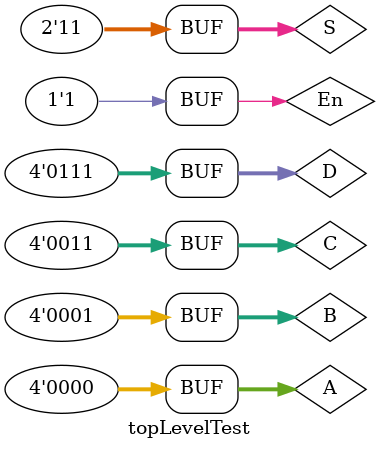
<source format=v>
module topLevelTest();
    reg [1:0] S;
    reg [3:0] A;
    reg [3:0] B;
    reg [3:0] C;
    reg [3:0] D;
    reg En;
    wire EnA;
    wire EnB;
    wire EnC;
    wire EnD;
    wire [6:0] Y;
    topLevelModule TLM1(A,B,C,D,S,En,Y,EnA,EnB,EnC,EnD);
    initial
    begin
    A = 4'b0000;
    B = 4'b0001;
    C = 4'b0011;
    D = 4'b0111;
    #10
    S = 2'b00;
    En = 1'b0;
    #10
    S = 2'b01;
    En = 1'b0;
    #10
    S = 2'b10;
    En = 1'b0;
    #10
    S = 2'b11;
    En = 1'b0;
    #10
    En = 1'b1;
    end
endmodule
</source>
